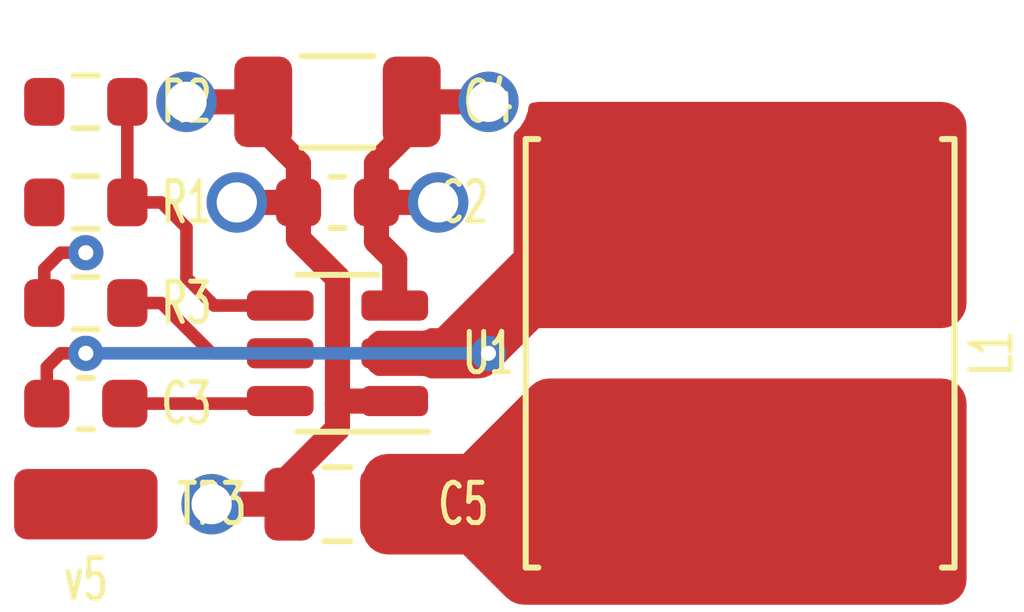
<source format=kicad_pcb>
(kicad_pcb (version 20240108) (generator "pcbnew") (generator_version "8.0")
  (layers (0 "F.Cu" signal "Front") (1 "In1.Cu" signal) (2 "In2.Cu" signal) (31 "B.Cu" signal "Back") (34 "B.Paste" user) (35 "F.Paste" user) (36 "B.SilkS" user "B.Silkscreen") (37 "F.SilkS" user "F.Silkscreen") (38 "B.Mask" user) (39 "F.Mask" user) (44 "Edge.Cuts" user))
  (net 0 "")
  (net 1 "gnd")
  (net 2 "vusb")
  (net 3 "v5")
  (net 4 "reg_v5.fb.output")
  (net 5 "reg_v5.en_res.b")
  (net 6 "reg_v5.boot_cap.neg")
  (net 7 "reg_v5.boot_cap.pos")
  (footprint "Capacitor_SMD:C_0805_2012Metric" (layer "F.Cu") (at 150 103 180)
    (property "Reference" "C5" (at -2.5 0 0) (layer "F.SilkS") (effects (font (size 0.8 0.5) (thickness 0.1))))
    (property "Value" "")
    (fp_line (start -0.261252 0.735) (end 0.261252 0.735) (stroke (width 0.12)) (layer "F.SilkS"))
    (fp_line (start -0.261252 -0.735) (end 0.261252 -0.735) (stroke (width 0.12)) (layer "F.SilkS"))
    (pad "1" smd roundrect (at -0.95 0 180) (size 1 1.45) (layers "F.Cu" "F.Paste" "F.Mask") (net 3 "v5"))
    (pad "2" smd roundrect (at 0.95 0 180) (size 1 1.45) (layers "F.Cu" "F.Paste" "F.Mask") (net 1 "gnd"))
  )
  (footprint "Inductor_SMD:L_Sunlord_SWPA8040S" (layer "F.Cu") (at 158 100 -90)
    (property "Reference" "L1" (at 0 -5 90) (layer "F.SilkS") (effects (font (size 0.8 0.5) (thickness 0.1))))
    (property "Value" "")
    (fp_line (start -4.26 4.26) (end 4.26 4.26) (stroke (width 0.12)) (layer "F.SilkS"))
    (fp_line (start -4.26 4.26) (end -4.26 4.01) (stroke (width 0.12)) (layer "F.SilkS"))
    (fp_line (start 4.26 4.26) (end 4.26 4.01) (stroke (width 0.12)) (layer "F.SilkS"))
    (fp_line (start -4.26 -4.26) (end -4.26 -4.01) (stroke (width 0.12)) (layer "F.SilkS"))
    (fp_line (start -4.26 -4.26) (end 4.26 -4.26) (stroke (width 0.12)) (layer "F.SilkS"))
    (fp_line (start 4.26 -4.26) (end 4.26 -4.01) (stroke (width 0.12)) (layer "F.SilkS"))
    (pad "1" smd rect (at -3 0 270) (size 2.2 7.5) (layers "F.Cu" "F.Paste" "F.Mask") (net 6 "reg_v5.boot_cap.neg"))
    (pad "2" smd rect (at 3 0 270) (size 2.2 7.5) (layers "F.Cu" "F.Paste" "F.Mask") (net 3 "v5"))
  )
  (footprint "Resistor_SMD:R_0603_1608Metric" (layer "F.Cu") (at 145 95 180)
    (property "Reference" "R2" (at -2 0 0) (layer "F.SilkS") (effects (font (size 0.8 0.5) (thickness 0.1))))
    (property "Value" "")
    (fp_line (start -0.237258 0.5225) (end 0.237258 0.5225) (stroke (width 0.12)) (layer "F.SilkS"))
    (fp_line (start -0.237258 -0.5225) (end 0.237258 -0.5225) (stroke (width 0.12)) (layer "F.SilkS"))
    (pad "1" smd roundrect (at -0.825 0 180) (size 0.8 0.95) (layers "F.Cu" "F.Paste" "F.Mask") (net 4 "reg_v5.fb.output"))
    (pad "2" smd roundrect (at 0.825 0 180) (size 0.8 0.95) (layers "F.Cu" "F.Paste" "F.Mask") (net 1 "gnd"))
  )
  (footprint "Resistor_SMD:R_0603_1608Metric" (layer "F.Cu") (at 145 97)
    (property "Reference" "R1" (at 2 0 0) (layer "F.SilkS") (effects (font (size 0.8 0.5) (thickness 0.1))))
    (property "Value" "")
    (fp_line (start -0.237258 -0.5225) (end 0.237258 -0.5225) (stroke (width 0.12)) (layer "F.SilkS"))
    (fp_line (start -0.237258 0.5225) (end 0.237258 0.5225) (stroke (width 0.12)) (layer "F.SilkS"))
    (pad "1" smd roundrect (at -0.825 0) (size 0.8 0.95) (layers "F.Cu" "F.Paste" "F.Mask") (net 3 "v5"))
    (pad "2" smd roundrect (at 0.825 0) (size 0.8 0.95) (layers "F.Cu" "F.Paste" "F.Mask") (net 4 "reg_v5.fb.output"))
  )
  (footprint "Capacitor_SMD:C_1206_3216Metric" (layer "F.Cu") (at 150 95 180)
    (property "Reference" "C4" (at -3 0 0) (layer "F.SilkS") (effects (font (size 0.8 0.5) (thickness 0.1))))
    (property "Value" "")
    (fp_line (start -0.711252 0.91) (end 0.711252 0.91) (stroke (width 0.12)) (layer "F.SilkS"))
    (fp_line (start -0.711252 -0.91) (end 0.711252 -0.91) (stroke (width 0.12)) (layer "F.SilkS"))
    (pad "1" smd roundrect (at -1.475 0 180) (size 1.15 1.8) (layers "F.Cu" "F.Paste" "F.Mask") (roundrect_rratio 0.2173913043) (net 2 "vusb"))
    (pad "2" smd roundrect (at 1.475 0 180) (size 1.15 1.8) (layers "F.Cu" "F.Paste" "F.Mask") (roundrect_rratio 0.2173913043) (net 1 "gnd"))
  )
  (footprint "edg:TestPoint_TE_RCT_0805" (layer "F.Cu") (at 145 103 180)
    (property "Reference" "TP3" (at -2.5 0 0) (layer "F.SilkS") (effects (font (size 0.8 0.5) (thickness 0.1))))
    (property "Value" "v5" (at 0 -1.5 0) (layer "F.SilkS") (effects (font (size 0.8 0.5) (thickness 0.1))))
    (pad "1" smd roundrect (at 0 0 180) (size 2.85 1.4) (layers "F.Cu" "F.Paste" "F.Mask") (roundrect_rratio 0.1785714286) (net 3 "v5"))
  )
  (footprint "Capacitor_SMD:C_0603_1608Metric" (layer "F.Cu") (at 145 101 180)
    (property "Reference" "C3" (at -2 0 180) (layer "F.SilkS") (effects (font (size 0.8 0.5) (thickness 0.1))))
    (property "Value" "")
    (fp_line (start -0.14058 0.51) (end 0.14058 0.51) (stroke (width 0.12)) (layer "F.SilkS"))
    (fp_line (start -0.14058 -0.51) (end 0.14058 -0.51) (stroke (width 0.12)) (layer "F.SilkS"))
    (pad "1" smd roundrect (at -0.775 0 180) (size 0.9 0.95) (layers "F.Cu" "F.Paste" "F.Mask") (net 7 "reg_v5.boot_cap.pos"))
    (pad "2" smd roundrect (at 0.775 0 180) (size 0.9 0.95) (layers "F.Cu" "F.Paste" "F.Mask") (net 6 "reg_v5.boot_cap.neg"))
  )
  (footprint "Capacitor_SMD:C_0603_1608Metric" (layer "F.Cu") (at 150 97 180)
    (property "Reference" "C2" (at -2.5 0 180) (layer "F.SilkS") (effects (font (size 0.8 0.5) (thickness 0.1))))
    (property "Value" "")
    (fp_line (start -0.14058 0.51) (end 0.14058 0.51) (stroke (width 0.12)) (layer "F.SilkS"))
    (fp_line (start -0.14058 -0.51) (end 0.14058 -0.51) (stroke (width 0.12)) (layer "F.SilkS"))
    (pad "1" smd roundrect (at -0.775 0 180) (size 0.9 0.95) (layers "F.Cu" "F.Paste" "F.Mask") (net 2 "vusb"))
    (pad "2" smd roundrect (at 0.775 0 180) (size 0.9 0.95) (layers "F.Cu" "F.Paste" "F.Mask") (net 1 "gnd"))
  )
  (footprint "Package_TO_SOT_SMD:SOT-23-6" (layer "F.Cu") (at 150 100 180)
    (property "Reference" "U1" (at -3 0 0) (layer "F.SilkS") (effects (font (size 0.8 0.5) (thickness 0.1))))
    (property "Value" "TPS54202H")
    (fp_line (start 0 1.56) (end 0.8 1.56) (stroke (width 0.12)) (layer "F.SilkS"))
    (fp_line (start 0 1.56) (end -0.8 1.56) (stroke (width 0.12)) (layer "F.SilkS"))
    (fp_line (start 0 -1.56) (end 0.8 -1.56) (stroke (width 0.12)) (layer "F.SilkS"))
    (fp_line (start 0 -1.56) (end -1.8 -1.56) (stroke (width 0.12)) (layer "F.SilkS"))
    (pad "1" smd roundrect (at -1.1375 -0.95 180) (size 1.325 0.6) (layers "F.Cu" "F.Paste" "F.Mask") (net 1 "gnd"))
    (pad "2" smd roundrect (at -1.1375 0 180) (size 1.325 0.6) (layers "F.Cu" "F.Paste" "F.Mask") (net 6 "reg_v5.boot_cap.neg"))
    (pad "3" smd roundrect (at -1.1375 0.95 180) (size 1.325 0.6) (layers "F.Cu" "F.Paste" "F.Mask") (net 2 "vusb"))
    (pad "4" smd roundrect (at 1.1375 0.95 180) (size 1.325 0.6) (layers "F.Cu" "F.Paste" "F.Mask") (net 4 "reg_v5.fb.output"))
    (pad "5" smd roundrect (at 1.1375 0 180) (size 1.325 0.6) (layers "F.Cu" "F.Paste" "F.Mask") (net 5 "reg_v5.en_res.b"))
    (pad "6" smd roundrect (at 1.1375 -0.95 180) (size 1.325 0.6) (layers "F.Cu" "F.Paste" "F.Mask") (net 7 "reg_v5.boot_cap.pos"))
  )
  (footprint "Resistor_SMD:R_0603_1608Metric" (layer "F.Cu") (at 145 99)
    (property "Reference" "R3" (at 2 0 0) (layer "F.SilkS") (effects (font (size 0.8 0.5) (thickness 0.1))))
    (property "Value" "")
    (fp_line (start -0.237258 -0.5225) (end 0.237258 -0.5225) (stroke (width 0.12)) (layer "F.SilkS"))
    (fp_line (start -0.237258 0.5225) (end 0.237258 0.5225) (stroke (width 0.12)) (layer "F.SilkS"))
    (pad "1" smd roundrect (at -0.825 0) (size 0.8 0.95) (layers "F.Cu" "F.Paste" "F.Mask") (net 2 "vusb"))
    (pad "2" smd roundrect (at 0.825 0) (size 0.8 0.95) (layers "F.Cu" "F.Paste" "F.Mask") (net 5 "reg_v5.en_res.b"))
  )
  (segment (start 148.525 95.525) (end 149.225 96.225) (width 0.5) (layer "F.Cu") (net 1))
  (segment (start 149.05 103) (end 147.5 103) (width 0.5) (layer "F.Cu") (net 1))
  (segment (start 149.05 103) (end 149.05 102.45) (width 0.5) (layer "F.Cu") (net 1))
  (segment (start 149.225 97) (end 148 97) (width 0.5) (layer "F.Cu") (net 1))
  (segment (start 150 101) (end 150 98.5) (width 0.5) (layer "F.Cu") (net 1))
  (segment (start 149.05 102.45) (end 150 101.5) (width 0.5) (layer "F.Cu") (net 1))
  (segment (start 147 95) (end 148.525 95) (width 0.5) (layer "F.Cu") (net 1))
  (segment (start 150 101.5) (end 150 101) (width 0.5) (layer "F.Cu") (net 1))
  (segment (start 149.225 97.725) (end 149.225 97) (width 0.5) (layer "F.Cu") (net 1))
  (segment (start 150.05 100.95) (end 150 101) (width 0.5) (layer "F.Cu") (net 1))
  (segment (start 151.1375 100.95) (end 150.05 100.95) (width 0.5) (layer "F.Cu") (net 1))
  (segment (start 149.225 96.225) (end 149.225 97) (width 0.5) (layer "F.Cu") (net 1))
  (segment (start 150 98.5) (end 149.225 97.725) (width 0.5) (layer "F.Cu") (net 1))
  (via (at 147.5 103) (size 1.2) (drill 0.8) (layers "F.Cu" "B.Cu") (net 1))
  (via (at 147 95) (size 1.2) (drill 0.8) (layers "F.Cu" "B.Cu") (net 1))
  (via (at 148 97) (size 1.2) (drill 0.8) (layers "F.Cu" "B.Cu") (net 1))
  (segment (start 150.775 97.775) (end 150.775 97) (width 0.5) (layer "F.Cu") (net 2))
  (segment (start 152 97) (end 150.775 97) (width 0.5) (layer "F.Cu") (net 2))
  (segment (start 144.175 99) (end 144.175 98.325) (width 0.25) (layer "F.Cu") (net 2))
  (segment (start 151.475 95.525) (end 150.775 96.225) (width 0.5) (layer "F.Cu") (net 2))
  (segment (start 144.5 98) (end 145 98) (width 0.25) (layer "F.Cu") (net 2))
  (segment (start 153 95) (end 151.475 95) (width 0.5) (layer "F.Cu") (net 2))
  (segment (start 151.1375 98.1375) (end 150.775 97.775) (width 0.5) (layer "F.Cu") (net 2))
  (segment (start 151.1375 99.05) (end 151.1375 98.1375) (width 0.5) (layer "F.Cu") (net 2))
  (segment (start 150.775 96.225) (end 150.775 97) (width 0.5) (layer "F.Cu") (net 2))
  (segment (start 144.175 98.325) (end 144.5 98) (width 0.25) (layer "F.Cu") (net 2))
  (via (at 152 97) (size 1.2) (drill 0.8) (layers "F.Cu" "B.Cu") (net 2))
  (via (at 145 98) (size 0.7) (drill 0.3) (layers "F.Cu" "B.Cu") (net 2))
  (via (at 153 95) (size 1.2) (drill 0.8) (layers "F.Cu" "B.Cu") (net 2))
  (segment (start 147.55 99.05) (end 148.8625 99.05) (width 0.25) (layer "F.Cu") (net 4))
  (segment (start 147 97.5) (end 147 98.5) (width 0.25) (layer "F.Cu") (net 4))
  (segment (start 145.825 97) (end 146.5 97) (width 0.25) (layer "F.Cu") (net 4))
  (segment (start 146.5 97) (end 147 97.5) (width 0.25) (layer "F.Cu") (net 4))
  (segment (start 145.825 95) (end 145.825 97) (width 0.25) (layer "F.Cu") (net 4))
  (segment (start 147 98.5) (end 147.55 99.05) (width 0.25) (layer "F.Cu") (net 4))
  (segment (start 146.5 99) (end 147.5 100) (width 0.25) (layer "F.Cu") (net 5))
  (segment (start 147.5 100) (end 148.8625 100) (width 0.25) (layer "F.Cu") (net 5))
  (segment (start 145.825 99) (end 146.5 99) (width 0.25) (layer "F.Cu") (net 5))
  (segment (start 144.225 100.275) (end 144.225 101) (width 0.25) (layer "F.Cu") (net 6))
  (segment (start 144.5 100) (end 145 100) (width 0.25) (layer "F.Cu") (net 6))
  (segment (start 144.5 100) (end 144.225 100.275) (width 0.25) (layer "F.Cu") (net 6))
  (via (at 145 100) (size 0.7) (drill 0.3) (layers "F.Cu" "B.Cu") (net 6))
  (via (at 153 100) (size 0.7) (drill 0.3) (layers "F.Cu" "B.Cu") (net 6))
  (segment (start 153 100) (end 145 100) (width 0.25) (layer "B.Cu") (net 6))
  (segment (start 145.775 101) (end 148.8125 101) (width 0.25) (layer "F.Cu") (net 7))
  (zone (net 6) (net_name "reg_v5.boot_cap.neg") (layer "F.Cu") (priority 4) (connect_pads yes (clearance 0.2)) (min_thickness 0.2) (fill yes (thermal_gap 0.2) (thermal_bridge_width 0.5) (smoothing fillet) (radius 0.5))
    (polygon (pts (xy 162.5 95) (xy 153.5 95) (xy 153.5 98) (xy 152 99.5) (xy 150.5 99.5) (xy 150.5 100.5) (xy 153 100.5) (xy 154 99.5) (xy 162.5 99.5)))
  )
  (zone (net 3) (net_name "v5") (layer "F.Cu") (priority 9) (connect_pads yes (clearance 0.2)) (min_thickness 0.2) (fill yes (thermal_gap 0.2) (thermal_bridge_width 0.5) (smoothing fillet) (radius 0.5))
    (polygon (pts (xy 162.5 100.5) (xy 154 100.5) (xy 152.5 102) (xy 150.5 102) (xy 150.5 104) (xy 152.5 104) (xy 153.5 105) (xy 162.5 105)))
  )
)
</source>
